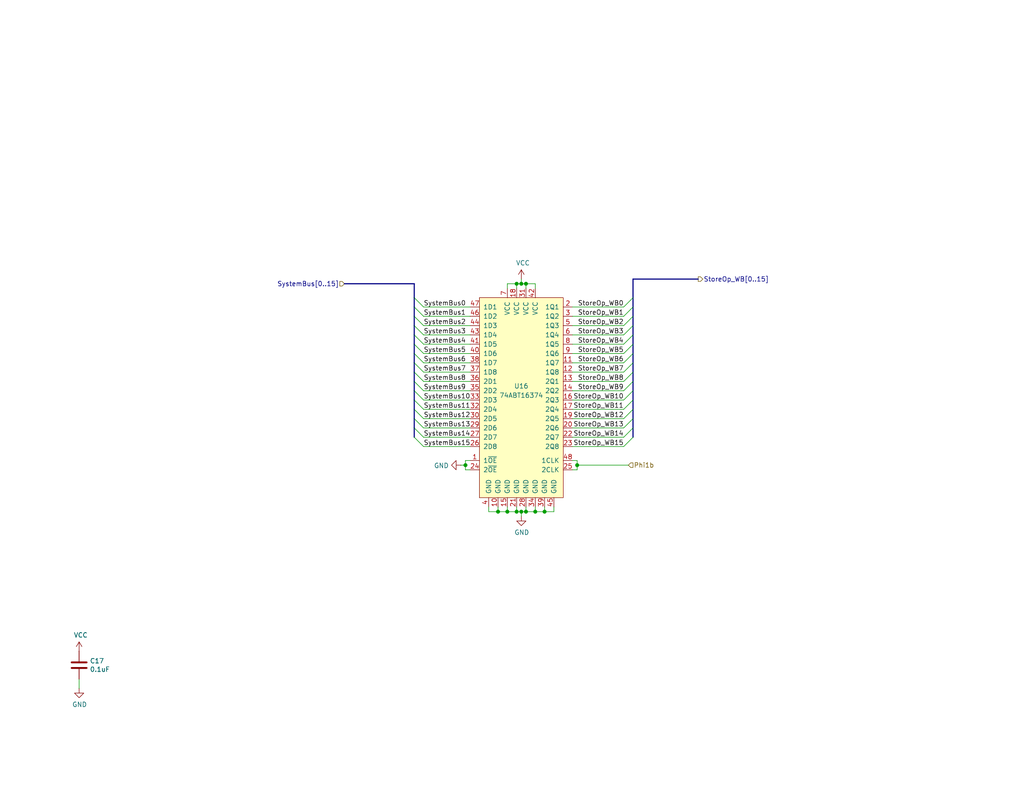
<source format=kicad_sch>
(kicad_sch (version 20250114) (generator "eeschema") (generator_version "9.0")
  (paper "USLetter")
  (title_block (title "MEM/WB: Store Operand Register") (date "2025-07-01") (rev "A"))
  (lib_symbols
    (symbol "Device:C" (pin_numbers (hide yes)) (pin_names (offset 0.254))
      (property "Reference" "C" (at 0.635 2.54 0))
      (property "Value" "C" (at 0.635 -2.54 0))
      (symbol "C_0_1"
        (polyline (pts (xy -2.032 0.762) (xy 2.032 0.762)) (stroke (width 0.508)))
        (polyline (pts (xy -2.032 -0.762) (xy 2.032 -0.762)) (stroke (width 0.508)))
      )
      (symbol "C_1_1"
        (pin passive line (at 0 3.81 270) (length 2.794) (name "~") (number "1"))
        (pin passive line (at 0 -3.81 90) (length 2.794) (name "~") (number "2"))
      )
    )
    (symbol "Turtle16:74ABT16374" (pin_names (offset 1.016))
      (symbol "74ABT16374_0_0"
        (pin input line (at -13.97 21.59 0) (length 2.54) (name "1D1") (number "47"))
        (pin input line (at -13.97 19.05 0) (length 2.54) (name "1D2") (number "46"))
        (pin input line (at -13.97 16.51 0) (length 2.54) (name "1D3") (number "44"))
        (pin input line (at -13.97 13.97 0) (length 2.54) (name "1D4") (number "43"))
        (pin input line (at -13.97 11.43 0) (length 2.54) (name "1D5") (number "41"))
        (pin input line (at -13.97 8.89 0) (length 2.54) (name "1D6") (number "40"))
        (pin input line (at -13.97 6.35 0) (length 2.54) (name "1D7") (number "38"))
        (pin input line (at -13.97 3.81 0) (length 2.54) (name "1D8") (number "37"))
        (pin input line (at -13.97 1.27 0) (length 2.54) (name "2D1") (number "36"))
        (pin input line (at -13.97 -1.27 0) (length 2.54) (name "2D2") (number "35"))
        (pin input line (at -13.97 -3.81 0) (length 2.54) (name "2D3") (number "33"))
        (pin input line (at -13.97 -6.35 0) (length 2.54) (name "2D4") (number "32"))
        (pin input line (at -13.97 -8.89 0) (length 2.54) (name "2D5") (number "30"))
        (pin input line (at -13.97 -11.43 0) (length 2.54) (name "2D6") (number "29"))
        (pin input line (at -13.97 -13.97 0) (length 2.54) (name "2D7") (number "27"))
        (pin input line (at -13.97 -16.51 0) (length 2.54) (name "2D8") (number "26"))
        (pin input line (at -13.97 -20.32 0) (length 2.54) (name "1~{OE}") (number "1"))
        (pin input line (at -13.97 -22.86 0) (length 2.54) (name "2~{OE}") (number "24"))
        (pin power_in line (at -8.89 -33.02 90) (length 2.54) (name "GND") (number "4"))
        (pin power_in line (at -6.35 -33.02 90) (length 2.54) (name "GND") (number "10"))
        (pin power_in line (at -3.81 26.67 270) (length 2.54) (name "VCC") (number "7"))
        (pin power_in line (at -3.81 -33.02 90) (length 2.54) (name "GND") (number "15"))
        (pin power_in line (at -1.27 26.67 270) (length 2.54) (name "VCC") (number "18"))
        (pin power_in line (at -1.27 -33.02 90) (length 2.54) (name "GND") (number "21"))
        (pin power_in line (at 1.27 26.67 270) (length 2.54) (name "VCC") (number "31"))
        (pin power_in line (at 1.27 -33.02 90) (length 2.54) (name "GND") (number "28"))
        (pin power_in line (at 3.81 26.67 270) (length 2.54) (name "VCC") (number "42"))
        (pin power_in line (at 3.81 -33.02 90) (length 2.54) (name "GND") (number "34"))
        (pin power_in line (at 6.35 -33.02 90) (length 2.54) (name "GND") (number "39"))
        (pin power_in line (at 8.89 -33.02 90) (length 2.54) (name "GND") (number "45"))
        (pin tri_state line (at 13.97 21.59 180) (length 2.54) (name "1Q1") (number "2"))
        (pin tri_state line (at 13.97 19.05 180) (length 2.54) (name "1Q2") (number "3"))
        (pin tri_state line (at 13.97 16.51 180) (length 2.54) (name "1Q3") (number "5"))
        (pin tri_state line (at 13.97 13.97 180) (length 2.54) (name "1Q4") (number "6"))
        (pin tri_state line (at 13.97 11.43 180) (length 2.54) (name "1Q5") (number "8"))
        (pin tri_state line (at 13.97 8.89 180) (length 2.54) (name "1Q6") (number "9"))
        (pin tri_state line (at 13.97 6.35 180) (length 2.54) (name "1Q7") (number "11"))
        (pin tri_state line (at 13.97 3.81 180) (length 2.54) (name "1Q8") (number "12"))
        (pin tri_state line (at 13.97 1.27 180) (length 2.54) (name "2Q1") (number "13"))
        (pin tri_state line (at 13.97 -1.27 180) (length 2.54) (name "2Q2") (number "14"))
        (pin tri_state line (at 13.97 -3.81 180) (length 2.54) (name "2Q3") (number "16"))
        (pin tri_state line (at 13.97 -6.35 180) (length 2.54) (name "2Q4") (number "17"))
        (pin tri_state line (at 13.97 -8.89 180) (length 2.54) (name "2Q5") (number "19"))
        (pin tri_state line (at 13.97 -11.43 180) (length 2.54) (name "2Q6") (number "20"))
        (pin tri_state line (at 13.97 -13.97 180) (length 2.54) (name "2Q7") (number "22"))
        (pin tri_state line (at 13.97 -16.51 180) (length 2.54) (name "2Q8") (number "23"))
        (pin input line (at 13.97 -20.32 180) (length 2.54) (name "1CLK") (number "48"))
        (pin input line (at 13.97 -22.86 180) (length 2.54) (name "2CLK") (number "25"))
      )
      (symbol "74ABT16374_0_1"
        (rectangle (start -11.43 24.13) (end 11.43 -30.48) (fill (type background)))
      )
    )
    (symbol "power:GND" (power) (pin_numbers (hide yes)) (pin_names (offset 0) (hide yes))
      (property "Value" "GND" (at 0 -3.81 0))
      (symbol "GND_0_1"
        (polyline (pts (xy 0 0) (xy 0 -1.27) (xy 1.27 -1.27) (xy 0 -2.54) (xy -1.27 -1.27) (xy 0 -1.27)))
      )
      (symbol "GND_1_1"
        (pin power_in line (at 0 0 270) (length 0) (name "~") (number "1"))
      )
    )
    (symbol "power:VCC" (power) (pin_numbers (hide yes)) (pin_names (offset 0) (hide yes))
      (property "Value" "VCC" (at 0 3.556 0))
      (symbol "VCC_0_1"
        (polyline (pts (xy -0.762 1.27) (xy 0 2.54)))
        (polyline (pts (xy 0 2.54) (xy 0.762 1.27)))
        (polyline (pts (xy 0 0) (xy 0 2.54)))
      )
      (symbol "VCC_1_1"
        (pin power_in line (at 0 0 90) (length 0) (name "~") (number "1"))
      )
    )
  )
  (junction (at 140.97 139.7))
  (junction (at 127 127))
  (junction (at 143.51 77.47))
  (junction (at 148.59 139.7))
  (junction (at 157.48 127))
  (junction (at 140.97 77.47))
  (junction (at 142.24 139.7))
  (junction (at 138.43 139.7))
  (junction (at 135.89 139.7))
  (junction (at 142.24 77.47))
  (junction (at 143.51 139.7))
  (junction (at 146.05 139.7))
  (bus_entry (at 172.72 96.52) (size -2.54 2.54))
  (bus_entry (at 113.03 96.52) (size 2.54 2.54))
  (bus_entry (at 113.03 93.98) (size 2.54 2.54))
  (bus_entry (at 113.03 111.76) (size 2.54 2.54))
  (bus_entry (at 172.72 116.84) (size -2.54 2.54))
  (bus_entry (at 113.03 81.28) (size 2.54 2.54))
  (bus_entry (at 172.72 91.44) (size -2.54 2.54))
  (bus_entry (at 113.03 101.6) (size 2.54 2.54))
  (bus_entry (at 113.03 114.3) (size 2.54 2.54))
  (bus_entry (at 113.03 119.38) (size 2.54 2.54))
  (bus_entry (at 172.72 83.82) (size -2.54 2.54))
  (bus_entry (at 172.72 99.06) (size -2.54 2.54))
  (bus_entry (at 172.72 109.22) (size -2.54 2.54))
  (bus_entry (at 172.72 81.28) (size -2.54 2.54))
  (bus_entry (at 113.03 91.44) (size 2.54 2.54))
  (bus_entry (at 113.03 106.68) (size 2.54 2.54))
  (bus_entry (at 172.72 111.76) (size -2.54 2.54))
  (bus_entry (at 172.72 86.36) (size -2.54 2.54))
  (bus_entry (at 172.72 119.38) (size -2.54 2.54))
  (bus_entry (at 172.72 93.98) (size -2.54 2.54))
  (bus_entry (at 113.03 99.06) (size 2.54 2.54))
  (bus_entry (at 113.03 86.36) (size 2.54 2.54))
  (bus_entry (at 172.72 106.68) (size -2.54 2.54))
  (bus_entry (at 172.72 101.6) (size -2.54 2.54))
  (bus_entry (at 113.03 104.14) (size 2.54 2.54))
  (bus_entry (at 113.03 88.9) (size 2.54 2.54))
  (bus_entry (at 172.72 104.14) (size -2.54 2.54))
  (bus_entry (at 113.03 83.82) (size 2.54 2.54))
  (bus_entry (at 113.03 109.22) (size 2.54 2.54))
  (bus_entry (at 113.03 116.84) (size 2.54 2.54))
  (bus_entry (at 172.72 114.3) (size -2.54 2.54))
  (bus_entry (at 172.72 88.9) (size -2.54 2.54))
  (wire (pts (xy 115.57 109.22) (xy 128.27 109.22)))
  (bus (pts (xy 113.03 93.98) (xy 113.03 96.52)))
  (bus (pts (xy 172.72 76.2) (xy 172.72 81.28)))
  (wire (pts (xy 128.27 125.73) (xy 127 125.73)))
  (wire (pts (xy 21.59 187.96) (xy 21.59 185.42)))
  (bus (pts (xy 172.72 83.82) (xy 172.72 86.36)))
  (bus (pts (xy 93.98 77.47) (xy 113.03 77.47)))
  (wire (pts (xy 142.24 76.2) (xy 142.24 77.47)))
  (bus (pts (xy 113.03 88.9) (xy 113.03 91.44)))
  (bus (pts (xy 172.72 81.28) (xy 172.72 83.82)))
  (wire (pts (xy 170.18 119.38) (xy 156.21 119.38)))
  (wire (pts (xy 135.89 139.7) (xy 138.43 139.7)))
  (wire (pts (xy 127 127) (xy 127 128.27)))
  (wire (pts (xy 115.57 114.3) (xy 128.27 114.3)))
  (wire (pts (xy 170.18 114.3) (xy 156.21 114.3)))
  (wire (pts (xy 142.24 139.7) (xy 143.51 139.7)))
  (wire (pts (xy 170.18 116.84) (xy 156.21 116.84)))
  (wire (pts (xy 115.57 116.84) (xy 128.27 116.84)))
  (wire (pts (xy 115.57 99.06) (xy 128.27 99.06)))
  (wire (pts (xy 143.51 139.7) (xy 146.05 139.7)))
  (wire (pts (xy 148.59 139.7) (xy 151.13 139.7)))
  (bus (pts (xy 113.03 83.82) (xy 113.03 86.36)))
  (wire (pts (xy 115.57 96.52) (xy 128.27 96.52)))
  (wire (pts (xy 135.89 138.43) (xy 135.89 139.7)))
  (wire (pts (xy 170.18 93.98) (xy 156.21 93.98)))
  (wire (pts (xy 157.48 127) (xy 171.45 127)))
  (bus (pts (xy 172.72 109.22) (xy 172.72 111.76)))
  (wire (pts (xy 138.43 138.43) (xy 138.43 139.7)))
  (bus (pts (xy 172.72 86.36) (xy 172.72 88.9)))
  (bus (pts (xy 113.03 91.44) (xy 113.03 93.98)))
  (wire (pts (xy 138.43 78.74) (xy 138.43 77.47)))
  (wire (pts (xy 115.57 106.68) (xy 128.27 106.68)))
  (wire (pts (xy 115.57 101.6) (xy 128.27 101.6)))
  (bus (pts (xy 113.03 104.14) (xy 113.03 106.68)))
  (wire (pts (xy 170.18 121.92) (xy 156.21 121.92)))
  (wire (pts (xy 115.57 86.36) (xy 128.27 86.36)))
  (wire (pts (xy 146.05 139.7) (xy 148.59 139.7)))
  (wire (pts (xy 133.35 138.43) (xy 133.35 139.7)))
  (wire (pts (xy 115.57 93.98) (xy 128.27 93.98)))
  (wire (pts (xy 170.18 104.14) (xy 156.21 104.14)))
  (wire (pts (xy 170.18 86.36) (xy 156.21 86.36)))
  (wire (pts (xy 127 128.27) (xy 128.27 128.27)))
  (wire (pts (xy 142.24 139.7) (xy 142.24 140.97)))
  (wire (pts (xy 143.51 78.74) (xy 143.51 77.47)))
  (wire (pts (xy 143.51 138.43) (xy 143.51 139.7)))
  (bus (pts (xy 172.72 106.68) (xy 172.72 109.22)))
  (wire (pts (xy 170.18 101.6) (xy 156.21 101.6)))
  (bus (pts (xy 113.03 106.68) (xy 113.03 109.22)))
  (bus (pts (xy 113.03 99.06) (xy 113.03 101.6)))
  (wire (pts (xy 170.18 111.76) (xy 156.21 111.76)))
  (wire (pts (xy 146.05 138.43) (xy 146.05 139.7)))
  (bus (pts (xy 113.03 77.47) (xy 113.03 81.28)))
  (wire (pts (xy 157.48 127) (xy 157.48 128.27)))
  (wire (pts (xy 115.57 111.76) (xy 128.27 111.76)))
  (wire (pts (xy 170.18 83.82) (xy 156.21 83.82)))
  (bus (pts (xy 172.72 111.76) (xy 172.72 114.3)))
  (wire (pts (xy 148.59 138.43) (xy 148.59 139.7)))
  (wire (pts (xy 127 125.73) (xy 127 127)))
  (bus (pts (xy 190.5 76.2) (xy 172.72 76.2)))
  (bus (pts (xy 113.03 96.52) (xy 113.03 99.06)))
  (wire (pts (xy 157.48 128.27) (xy 156.21 128.27)))
  (wire (pts (xy 115.57 104.14) (xy 128.27 104.14)))
  (wire (pts (xy 140.97 78.74) (xy 140.97 77.47)))
  (bus (pts (xy 113.03 116.84) (xy 113.03 119.38)))
  (wire (pts (xy 133.35 139.7) (xy 135.89 139.7)))
  (bus (pts (xy 172.72 104.14) (xy 172.72 106.68)))
  (bus (pts (xy 113.03 114.3) (xy 113.03 116.84)))
  (bus (pts (xy 113.03 109.22) (xy 113.03 111.76)))
  (wire (pts (xy 140.97 77.47) (xy 142.24 77.47)))
  (wire (pts (xy 170.18 91.44) (xy 156.21 91.44)))
  (wire (pts (xy 115.57 83.82) (xy 128.27 83.82)))
  (wire (pts (xy 115.57 91.44) (xy 128.27 91.44)))
  (bus (pts (xy 172.72 114.3) (xy 172.72 116.84)))
  (wire (pts (xy 170.18 88.9) (xy 156.21 88.9)))
  (bus (pts (xy 172.72 116.84) (xy 172.72 119.38)))
  (wire (pts (xy 170.18 96.52) (xy 156.21 96.52)))
  (bus (pts (xy 172.72 88.9) (xy 172.72 91.44)))
  (wire (pts (xy 143.51 77.47) (xy 146.05 77.47)))
  (bus (pts (xy 172.72 96.52) (xy 172.72 99.06)))
  (wire (pts (xy 157.48 125.73) (xy 157.48 127)))
  (bus (pts (xy 172.72 99.06) (xy 172.72 101.6)))
  (wire (pts (xy 140.97 138.43) (xy 140.97 139.7)))
  (wire (pts (xy 142.24 77.47) (xy 143.51 77.47)))
  (bus (pts (xy 113.03 81.28) (xy 113.03 83.82)))
  (wire (pts (xy 138.43 77.47) (xy 140.97 77.47)))
  (bus (pts (xy 113.03 86.36) (xy 113.03 88.9)))
  (wire (pts (xy 115.57 119.38) (xy 128.27 119.38)))
  (bus (pts (xy 172.72 91.44) (xy 172.72 93.98)))
  (wire (pts (xy 151.13 139.7) (xy 151.13 138.43)))
  (bus (pts (xy 113.03 111.76) (xy 113.03 114.3)))
  (bus (pts (xy 113.03 101.6) (xy 113.03 104.14)))
  (wire (pts (xy 146.05 77.47) (xy 146.05 78.74)))
  (wire (pts (xy 115.57 88.9) (xy 128.27 88.9)))
  (wire (pts (xy 140.97 139.7) (xy 142.24 139.7)))
  (wire (pts (xy 138.43 139.7) (xy 140.97 139.7)))
  (bus (pts (xy 172.72 93.98) (xy 172.72 96.52)))
  (wire (pts (xy 170.18 99.06) (xy 156.21 99.06)))
  (wire (pts (xy 127 127) (xy 125.73 127)))
  (bus (pts (xy 172.72 101.6) (xy 172.72 104.14)))
  (wire (pts (xy 170.18 106.68) (xy 156.21 106.68)))
  (wire (pts (xy 156.21 125.73) (xy 157.48 125.73)))
  (wire (pts (xy 170.18 109.22) (xy 156.21 109.22)))
  (wire (pts (xy 115.57 121.92) (xy 128.27 121.92)))
  (label "SystemBus0" (at 115.57 83.82 0))
  (label "StoreOp_WB0" (at 170.18 83.82 180))
  (label "StoreOp_WB4" (at 170.18 93.98 180))
  (label "StoreOp_WB15" (at 170.18 121.92 180))
  (label "SystemBus8" (at 115.57 104.14 0))
  (label "SystemBus3" (at 115.57 91.44 0))
  (label "SystemBus5" (at 115.57 96.52 0))
  (label "SystemBus11" (at 115.57 111.76 0))
  (label "SystemBus13" (at 115.57 116.84 0))
  (label "StoreOp_WB14" (at 170.18 119.38 180))
  (label "SystemBus1" (at 115.57 86.36 0))
  (label "SystemBus6" (at 115.57 99.06 0))
  (label "StoreOp_WB11" (at 170.18 111.76 180))
  (label "SystemBus15" (at 115.57 121.92 0))
  (label "StoreOp_WB2" (at 170.18 88.9 180))
  (label "SystemBus12" (at 115.57 114.3 0))
  (label "StoreOp_WB7" (at 170.18 101.6 180))
  (label "SystemBus4" (at 115.57 93.98 0))
  (label "StoreOp_WB5" (at 170.18 96.52 180))
  (label "StoreOp_WB9" (at 170.18 106.68 180))
  (label "StoreOp_WB1" (at 170.18 86.36 180))
  (label "SystemBus10" (at 115.57 109.22 0))
  (label "StoreOp_WB10" (at 170.18 109.22 180))
  (label "SystemBus9" (at 115.57 106.68 0))
  (label "StoreOp_WB8" (at 170.18 104.14 180))
  (label "StoreOp_WB12" (at 170.18 114.3 180))
  (label "SystemBus2" (at 115.57 88.9 0))
  (label "SystemBus14" (at 115.57 119.38 0))
  (label "StoreOp_WB13" (at 170.18 116.84 180))
  (label "StoreOp_WB3" (at 170.18 91.44 180))
  (label "StoreOp_WB6" (at 170.18 99.06 180))
  (label "SystemBus7" (at 115.57 101.6 0))
  (hierarchical_label "Phi1b" (shape input) (at 171.45 127 0))
  (hierarchical_label "StoreOp_WB[0..15]" (shape output) (at 190.5 76.2 0))
  (hierarchical_label "SystemBus[0..15]" (shape input) (at 93.98 77.47 180))
  (symbol (lib_id "Device:C") (at 21.59 181.61 0) (unit 1)
    (property "Reference" "C17" (at 24.511 180.4416 0) (effects (justify left)))
    (property "Value" "0.1uF" (at 24.511 182.753 0) (effects (justify left)))
    (property "Footprint" "Capacitor_SMD:C_0603_1608Metric" (effects (hide yes)))
    (property "Datasheet" "https://www.mouser.com/datasheet/2/396/taiyo_yuden_12132018_mlcc11_hq_e-1510082.pdf" (effects (hide yes)))
    (property "Manufacturer" "Taiyo Yuden" (effects (hide yes)))
    (property "Manufacturer#" "EMK107B7104KAHT" (effects (hide yes)))
    (property "Mouser#" "963-EMK107B7104KAHT" (effects (hide yes)))
    (property "Digikey#" "587-6004-1-ND" (effects (hide yes)))
    (instances (project "MEMModule" (path "" (reference "C17") (unit 1))) (project "MainBoard" (path "" (reference "C?") (unit 1))))
  )
  (symbol (lib_id "power:VCC") (at 21.59 177.8 0) (unit 1)
    (property "Reference" "#PWR073" (effects (hide yes)))
    (property "Value" "VCC" (at 22.0218 173.4058 0))
    (property "Description" "Power symbol creates a global label with name \"VCC\"" (effects (hide yes)))
    (instances (project "MEMModule" (path "" (reference "#PWR073") (unit 1))) (project "MainBoard" (path "" (reference "#PWR?") (unit 1))))
  )
  (symbol (lib_id "power:GND") (at 21.59 187.96 0) (unit 1)
    (property "Reference" "#PWR074" (effects (hide yes)))
    (property "Value" "GND" (at 21.717 192.3542 0))
    (property "Description" "Power symbol creates a global label with name \"GND\" , ground" (effects (hide yes)))
    (instances (project "MEMModule" (path "" (reference "#PWR074") (unit 1))) (project "MainBoard" (path "" (reference "#PWR?") (unit 1))))
  )
  (symbol (lib_id "power:GND") (at 125.73 127 270) (unit 1)
    (property "Reference" "#PWR075" (effects (hide yes)))
    (property "Value" "GND" (at 122.4788 127.127 90) (effects (justify right)))
    (property "Description" "Power symbol creates a global label with name \"GND\" , ground" (effects (hide yes)))
    (instances (project "MEMModule" (path "" (reference "#PWR075") (unit 1))) (project "MainBoard" (path "" (reference "#PWR?") (unit 1))))
  )
  (symbol (lib_id "power:VCC") (at 142.24 76.2 0) (unit 1)
    (property "Reference" "#PWR076" (effects (hide yes)))
    (property "Value" "VCC" (at 142.6718 71.8058 0))
    (property "Description" "Power symbol creates a global label with name \"VCC\"" (effects (hide yes)))
    (instances (project "MEMModule" (path "" (reference "#PWR076") (unit 1))) (project "MainBoard" (path "" (reference "#PWR?") (unit 1))))
  )
  (symbol (lib_id "power:GND") (at 142.24 140.97 0) (unit 1)
    (property "Reference" "#PWR077" (effects (hide yes)))
    (property "Value" "GND" (at 142.367 145.3642 0))
    (property "Description" "Power symbol creates a global label with name \"GND\" , ground" (effects (hide yes)))
    (instances (project "MEMModule" (path "" (reference "#PWR077") (unit 1))) (project "MainBoard" (path "" (reference "#PWR?") (unit 1))))
  )
  (symbol (lib_id "Turtle16:74ABT16374") (at 142.24 105.41 0) (unit 1)
    (property "Reference" "U16" (at 142.24 105.41 0))
    (property "Value" "74ABT16374" (at 142.24 107.95 0))
    (property "Footprint" "Package_SO:TSSOP-48_6.1x12.5mm_P0.5mm" (effects (hide yes)))
    (property "Datasheet" "https://www.ti.com/general/docs/suppproductinfo.tsp?distId=26&gotoUrl=https://www.ti.com/lit/gpn/sn74abt16374a" (effects (hide yes)))
    (property "Manufacturer" "Texas Instruments" (effects (hide yes)))
    (property "Manufacturer#" "SN74ABT16374ADGGR" (effects (hide yes)))
    (property "Mouser#" "595-SNABT16374ADGGR" (effects (hide yes)))
    (property "Digikey#" "296-3900-1-ND" (effects (hide yes)))
    (instances (project "MEMModule" (path "" (reference "U16") (unit 1))) (project "MainBoard" (path "" (reference "U?") (unit 1))))
  )
)
</source>
